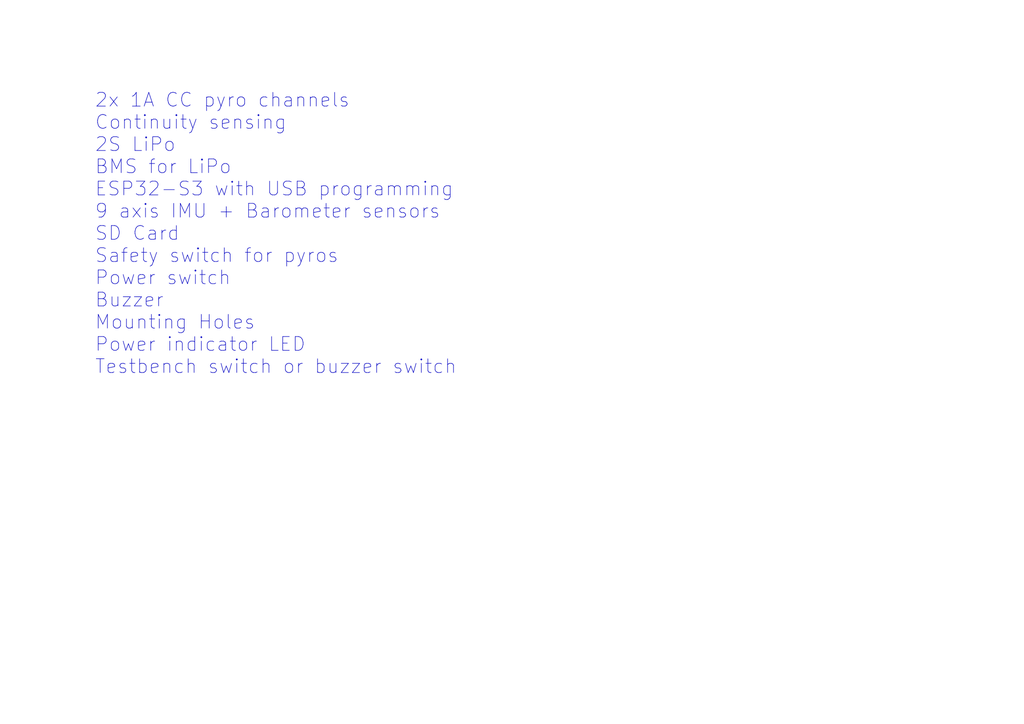
<source format=kicad_sch>
(kicad_sch
	(version 20231120)
	(generator "eeschema")
	(generator_version "8.0")
	(uuid "095a0473-b86c-4f05-95ec-3513b80b76bb")
	(paper "A4")
	(lib_symbols)
	(text "2x 1A CC pyro channels\nContinuity sensing\n2S LiPo\nBMS for LiPo\nESP32-S3 with USB programming\n9 axis IMU + Barometer sensors\nSD Card\nSafety switch for pyros\nPower switch\nBuzzer\nMounting Holes\nPower indicator LED\nTestbench switch or buzzer switch\n"
		(exclude_from_sim no)
		(at 27.432 67.818 0)
		(effects
			(font
				(size 4 4)
			)
			(justify left)
		)
		(uuid "0e38657b-3e3a-4dac-89f4-384062de7edf")
	)
)

</source>
